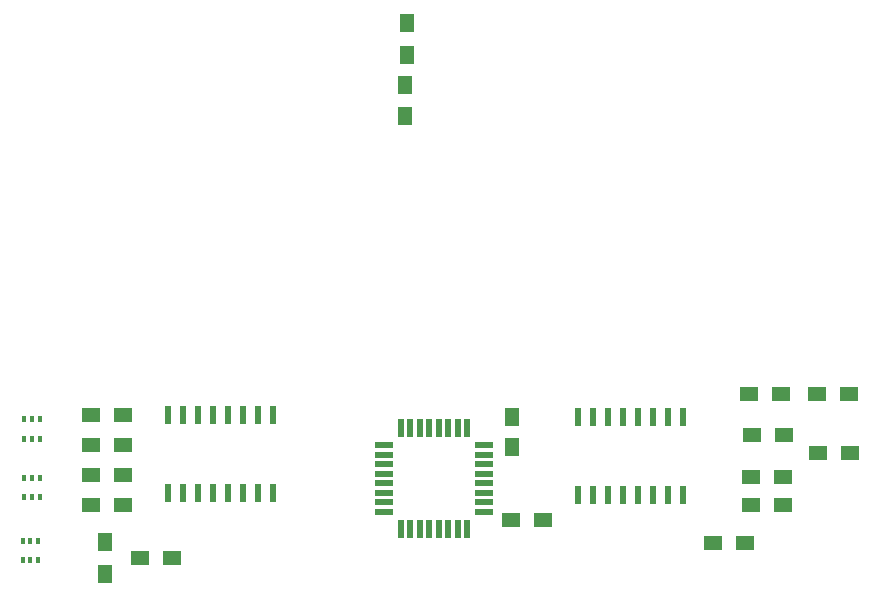
<source format=gtp>
G04 #@! TF.FileFunction,Paste,Top*
%FSLAX46Y46*%
G04 Gerber Fmt 4.6, Leading zero omitted, Abs format (unit mm)*
G04 Created by KiCad (PCBNEW 0.201506222247+5806~23~ubuntu14.04.1-product) date Wed 01 Jul 2015 17:27:44 CEST*
%MOMM*%
G01*
G04 APERTURE LIST*
%ADD10C,0.100000*%
%ADD11R,1.250000X1.500000*%
%ADD12R,1.600000X0.550000*%
%ADD13R,0.550000X1.600000*%
%ADD14R,0.300000X0.525000*%
%ADD15R,1.500000X1.300000*%
%ADD16R,1.300000X1.500000*%
%ADD17R,0.600000X1.600000*%
%ADD18R,0.600000X1.500000*%
G04 APERTURE END LIST*
D10*
D11*
X167640000Y-86467000D03*
X167640000Y-83967000D03*
D12*
X165286000Y-91954000D03*
X165286000Y-91154000D03*
X165286000Y-90354000D03*
X165286000Y-89554000D03*
X165286000Y-88754000D03*
X165286000Y-87954000D03*
X165286000Y-87154000D03*
X165286000Y-86354000D03*
D13*
X163836000Y-84904000D03*
X163036000Y-84904000D03*
X162236000Y-84904000D03*
X161436000Y-84904000D03*
X160636000Y-84904000D03*
X159836000Y-84904000D03*
X159036000Y-84904000D03*
X158236000Y-84904000D03*
D12*
X156786000Y-86354000D03*
X156786000Y-87154000D03*
X156786000Y-87954000D03*
X156786000Y-88754000D03*
X156786000Y-89554000D03*
X156786000Y-90354000D03*
X156786000Y-91154000D03*
X156786000Y-91954000D03*
D13*
X158236000Y-93404000D03*
X159036000Y-93404000D03*
X159836000Y-93404000D03*
X160636000Y-93404000D03*
X161436000Y-93404000D03*
X162236000Y-93404000D03*
X163036000Y-93404000D03*
X163836000Y-93404000D03*
D14*
X127000000Y-84125500D03*
X127000000Y-85800500D03*
X127650000Y-85800500D03*
X126350000Y-85800500D03*
X126350000Y-84125500D03*
X127650000Y-84125500D03*
X127000000Y-89078500D03*
X127000000Y-90753500D03*
X127650000Y-90753500D03*
X126350000Y-90753500D03*
X126350000Y-89078500D03*
X127650000Y-89078500D03*
X126873000Y-94412500D03*
X126873000Y-96087500D03*
X127523000Y-96087500D03*
X126223000Y-96087500D03*
X126223000Y-94412500D03*
X127523000Y-94412500D03*
D15*
X170260000Y-92710000D03*
X167560000Y-92710000D03*
D16*
X158623000Y-58500000D03*
X158623000Y-55800000D03*
X158750000Y-53293000D03*
X158750000Y-50593000D03*
D15*
X132000000Y-83820000D03*
X134700000Y-83820000D03*
X132000000Y-86360000D03*
X134700000Y-86360000D03*
X132000000Y-88900000D03*
X134700000Y-88900000D03*
X132000000Y-91440000D03*
X134700000Y-91440000D03*
X136191000Y-95885000D03*
X138891000Y-95885000D03*
D16*
X133223000Y-97235000D03*
X133223000Y-94535000D03*
D15*
X190707000Y-85471000D03*
X188007000Y-85471000D03*
X196295000Y-86995000D03*
X193595000Y-86995000D03*
X190580000Y-89027000D03*
X187880000Y-89027000D03*
X190580000Y-91440000D03*
X187880000Y-91440000D03*
X187405000Y-94615000D03*
X184705000Y-94615000D03*
X190453000Y-82042000D03*
X187753000Y-82042000D03*
X196168000Y-82042000D03*
X193468000Y-82042000D03*
D17*
X147447000Y-83822000D03*
X146177000Y-83822000D03*
X144907000Y-83822000D03*
X143637000Y-83822000D03*
X142367000Y-83820000D03*
D18*
X141097000Y-83822000D03*
D17*
X139827000Y-83822000D03*
X138557000Y-83822000D03*
X138557000Y-90422000D03*
X139827000Y-90422000D03*
X141097000Y-90422000D03*
X142367000Y-90422000D03*
X143637000Y-90422000D03*
X144907000Y-90422000D03*
X146177000Y-90422000D03*
X147447000Y-90422000D03*
X173228000Y-90549000D03*
X174498000Y-90549000D03*
X175768000Y-90549000D03*
X177038000Y-90549000D03*
X178308000Y-90551000D03*
D18*
X179578000Y-90549000D03*
D17*
X180848000Y-90549000D03*
X182118000Y-90549000D03*
X182118000Y-83949000D03*
X180848000Y-83949000D03*
X179578000Y-83949000D03*
X178308000Y-83949000D03*
X177038000Y-83949000D03*
X175768000Y-83949000D03*
X174498000Y-83949000D03*
X173228000Y-83949000D03*
M02*

</source>
